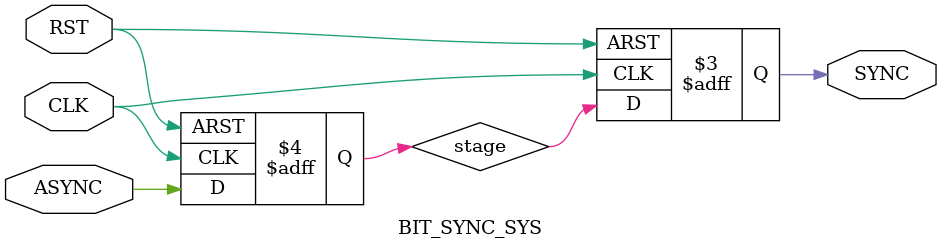
<source format=v>
module BIT_SYNC_SYS #(parameter DATA_WIDTH=1 , NUM_STAGES=2)
   ( input  wire                       CLK,
     input  wire                       RST,
     input  wire   [DATA_WIDTH-1:0]    ASYNC,

     output reg    [DATA_WIDTH-1:0]    SYNC 
   );



 
reg  stage;

always @(posedge CLK or negedge RST) 
   begin
     if(!RST)
       begin
        SYNC  <='b0;
        stage <='b0;
       end
     else  
       begin
        stage<=ASYNC;
        SYNC <=stage;
       end          
    end
endmodule

















//parameterized
/*
reg [NUM_STAGES-1:0]  stages;
integer I;

always @(posedge CLK or negedge RST )
  begin
     if(!RST)
        begin
          SYNC<='b0;        
        end  
     else 
        begin
            stages[0] <= ASYNC;
         for ( I=0 ;I<NUM_STAGES ;I=I+1 )
           begin
             stages[I+1]<=stages[I];   
           end
            SYNC<=stages[I-1]; 
        end    
  end

endmodule
*/
</source>
